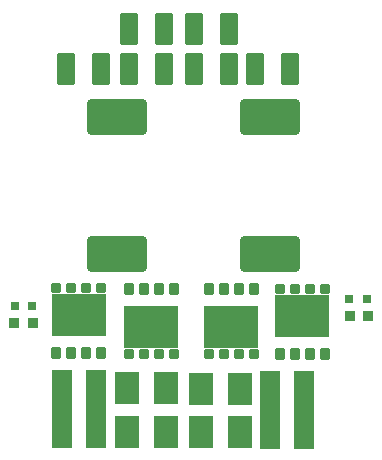
<source format=gtp>
G04*
G04 #@! TF.GenerationSoftware,Altium Limited,Altium Designer,19.0.6 (157)*
G04*
G04 Layer_Color=278392*
%FSLAX25Y25*%
%MOIN*%
G70*
G01*
G75*
G04:AMPARAMS|DCode=15|XSize=33.47mil|YSize=31.5mil|CornerRadius=3.15mil|HoleSize=0mil|Usage=FLASHONLY|Rotation=270.000|XOffset=0mil|YOffset=0mil|HoleType=Round|Shape=RoundedRectangle|*
%AMROUNDEDRECTD15*
21,1,0.03347,0.02520,0,0,270.0*
21,1,0.02717,0.03150,0,0,270.0*
1,1,0.00630,-0.01260,-0.01358*
1,1,0.00630,-0.01260,0.01358*
1,1,0.00630,0.01260,0.01358*
1,1,0.00630,0.01260,-0.01358*
%
%ADD15ROUNDEDRECTD15*%
G04:AMPARAMS|DCode=16|XSize=39.37mil|YSize=31.5mil|CornerRadius=3.15mil|HoleSize=0mil|Usage=FLASHONLY|Rotation=90.000|XOffset=0mil|YOffset=0mil|HoleType=Round|Shape=RoundedRectangle|*
%AMROUNDEDRECTD16*
21,1,0.03937,0.02520,0,0,90.0*
21,1,0.03307,0.03150,0,0,90.0*
1,1,0.00630,0.01260,0.01654*
1,1,0.00630,0.01260,-0.01654*
1,1,0.00630,-0.01260,-0.01654*
1,1,0.00630,-0.01260,0.01654*
%
%ADD16ROUNDEDRECTD16*%
%ADD17R,0.03150X0.03150*%
%ADD18R,0.03425X0.03661*%
G04:AMPARAMS|DCode=19|XSize=63mil|YSize=106mil|CornerRadius=4.72mil|HoleSize=0mil|Usage=FLASHONLY|Rotation=180.000|XOffset=0mil|YOffset=0mil|HoleType=Round|Shape=RoundedRectangle|*
%AMROUNDEDRECTD19*
21,1,0.06300,0.09655,0,0,180.0*
21,1,0.05355,0.10600,0,0,180.0*
1,1,0.00945,-0.02678,0.04828*
1,1,0.00945,0.02678,0.04828*
1,1,0.00945,0.02678,-0.04828*
1,1,0.00945,-0.02678,-0.04828*
%
%ADD19ROUNDEDRECTD19*%
G04:AMPARAMS|DCode=20|XSize=196.85mil|YSize=118.11mil|CornerRadius=8.86mil|HoleSize=0mil|Usage=FLASHONLY|Rotation=0.000|XOffset=0mil|YOffset=0mil|HoleType=Round|Shape=RoundedRectangle|*
%AMROUNDEDRECTD20*
21,1,0.19685,0.10039,0,0,0.0*
21,1,0.17913,0.11811,0,0,0.0*
1,1,0.01772,0.08957,-0.05020*
1,1,0.01772,-0.08957,-0.05020*
1,1,0.01772,-0.08957,0.05020*
1,1,0.01772,0.08957,0.05020*
%
%ADD20ROUNDEDRECTD20*%
%ADD21R,0.07087X0.25984*%
%ADD22R,0.07874X0.11000*%
%ADD23R,0.18110X0.14370*%
D15*
X55492Y84793D02*
D03*
X60492D02*
D03*
X65492D02*
D03*
X70492D02*
D03*
X79508Y62845D02*
D03*
X84508D02*
D03*
X89508D02*
D03*
X94508D02*
D03*
X106280D02*
D03*
X111279D02*
D03*
X116279D02*
D03*
X121280D02*
D03*
X144902Y84400D02*
D03*
X139902D02*
D03*
X134902D02*
D03*
X129902D02*
D03*
D16*
X70492Y63238D02*
D03*
X65492D02*
D03*
X60492D02*
D03*
X55492D02*
D03*
X94508Y84400D02*
D03*
X89508D02*
D03*
X84508D02*
D03*
X79508D02*
D03*
X121280D02*
D03*
X116279D02*
D03*
X111279D02*
D03*
X106280D02*
D03*
X129902Y62845D02*
D03*
X134902D02*
D03*
X139902D02*
D03*
X144902D02*
D03*
D17*
X47441Y78740D02*
D03*
X41535D02*
D03*
X152953Y81102D02*
D03*
X158858D02*
D03*
D18*
X47559Y73228D02*
D03*
X41417D02*
D03*
X153228Y75590D02*
D03*
X159370D02*
D03*
D19*
X58667Y157874D02*
D03*
X70467D02*
D03*
X101187Y171260D02*
D03*
X112987D02*
D03*
X91333Y171260D02*
D03*
X79533D02*
D03*
X91333Y157874D02*
D03*
X79533D02*
D03*
X101187D02*
D03*
X112987D02*
D03*
X133459D02*
D03*
X121659D02*
D03*
D20*
X126772Y141732D02*
D03*
Y96063D02*
D03*
X75590D02*
D03*
Y141732D02*
D03*
D21*
X137992Y44094D02*
D03*
X126575D02*
D03*
X57284Y44488D02*
D03*
X68701D02*
D03*
D22*
X116736Y51181D02*
D03*
X103736D02*
D03*
X116736Y36614D02*
D03*
X103736D02*
D03*
X78933D02*
D03*
X91933D02*
D03*
X78933Y51575D02*
D03*
X91933D02*
D03*
D23*
X62992Y75935D02*
D03*
X87008Y71702D02*
D03*
X113779Y71703D02*
D03*
X137402Y75541D02*
D03*
M02*

</source>
